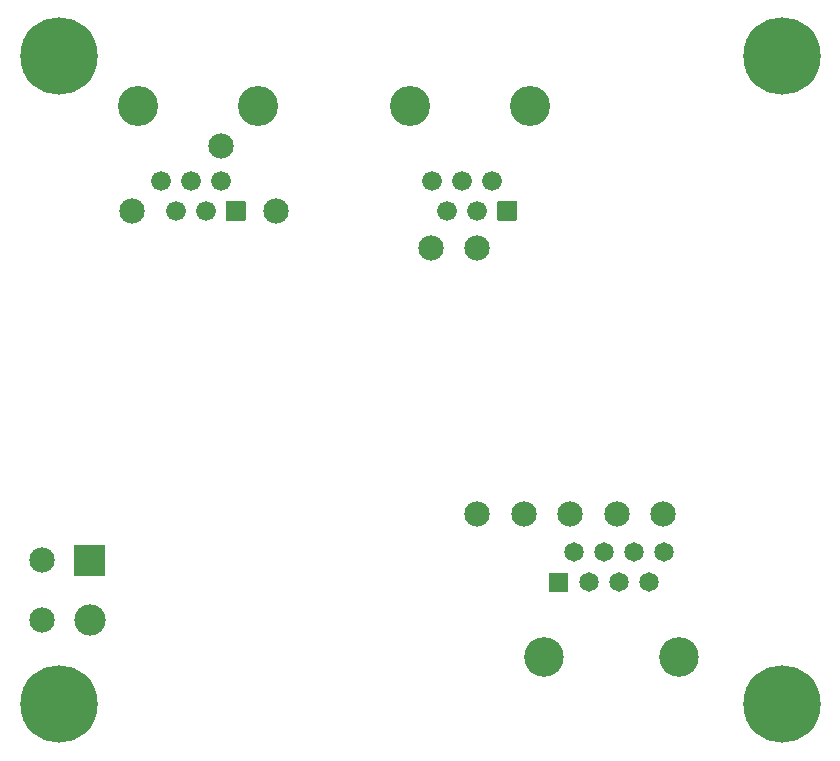
<source format=gbs>
G04 #@! TF.GenerationSoftware,KiCad,Pcbnew,6.0.2+dfsg-1*
G04 #@! TF.CreationDate,2024-06-30T21:39:07-06:00*
G04 #@! TF.ProjectId,mss-atlasadapter,6d73732d-6174-46c6-9173-616461707465,rev?*
G04 #@! TF.SameCoordinates,Original*
G04 #@! TF.FileFunction,Soldermask,Bot*
G04 #@! TF.FilePolarity,Negative*
%FSLAX46Y46*%
G04 Gerber Fmt 4.6, Leading zero omitted, Abs format (unit mm)*
G04 Created by KiCad (PCBNEW 6.0.2+dfsg-1) date 2024-06-30 21:39:07*
%MOMM*%
%LPD*%
G01*
G04 APERTURE LIST*
%ADD10C,2.652400*%
%ADD11C,6.552400*%
%ADD12C,3.402400*%
%ADD13C,1.672400*%
%ADD14C,3.352400*%
%ADD15C,1.652400*%
%ADD16C,2.152400*%
G04 APERTURE END LIST*
G36*
G01*
X31089000Y-173973800D02*
X33589000Y-173973800D01*
G75*
G02*
X33665200Y-174050000I0J-76200D01*
G01*
X33665200Y-176550000D01*
G75*
G02*
X33589000Y-176626200I-76200J0D01*
G01*
X31089000Y-176626200D01*
G75*
G02*
X31012800Y-176550000I0J76200D01*
G01*
X31012800Y-174050000D01*
G75*
G02*
X31089000Y-173973800I76200J0D01*
G01*
G37*
D10*
X32339000Y-180300000D03*
D11*
X90932000Y-187452000D03*
D12*
X46609000Y-136802000D03*
X36449000Y-136802000D03*
G36*
G01*
X45535200Y-144932000D02*
X45535200Y-146452000D01*
G75*
G02*
X45459000Y-146528200I-76200J0D01*
G01*
X43939000Y-146528200D01*
G75*
G02*
X43862800Y-146452000I0J76200D01*
G01*
X43862800Y-144932000D01*
G75*
G02*
X43939000Y-144855800I76200J0D01*
G01*
X45459000Y-144855800D01*
G75*
G02*
X45535200Y-144932000I0J-76200D01*
G01*
G37*
D13*
X43429000Y-143152000D03*
X42159000Y-145692000D03*
X40889000Y-143152000D03*
X39619000Y-145692000D03*
X38349000Y-143152000D03*
D11*
X90932000Y-132588000D03*
D14*
X70774500Y-183495000D03*
X82204500Y-183495000D03*
G36*
G01*
X71218300Y-177895000D02*
X71218300Y-176395000D01*
G75*
G02*
X71294500Y-176318800I76200J0D01*
G01*
X72794500Y-176318800D01*
G75*
G02*
X72870700Y-176395000I0J-76200D01*
G01*
X72870700Y-177895000D01*
G75*
G02*
X72794500Y-177971200I-76200J0D01*
G01*
X71294500Y-177971200D01*
G75*
G02*
X71218300Y-177895000I0J76200D01*
G01*
G37*
D15*
X73314500Y-174605000D03*
X74584500Y-177145000D03*
X75854500Y-174605000D03*
X77124500Y-177145000D03*
X78394500Y-174605000D03*
X79664500Y-177145000D03*
X80934500Y-174605000D03*
D11*
X29718000Y-187452000D03*
X29718000Y-132588000D03*
D12*
X59436000Y-136802000D03*
X69596000Y-136802000D03*
G36*
G01*
X68522200Y-144932000D02*
X68522200Y-146452000D01*
G75*
G02*
X68446000Y-146528200I-76200J0D01*
G01*
X66926000Y-146528200D01*
G75*
G02*
X66849800Y-146452000I0J76200D01*
G01*
X66849800Y-144932000D01*
G75*
G02*
X66926000Y-144855800I76200J0D01*
G01*
X68446000Y-144855800D01*
G75*
G02*
X68522200Y-144932000I0J-76200D01*
G01*
G37*
D13*
X66416000Y-143152000D03*
X65146000Y-145692000D03*
X63876000Y-143152000D03*
X62606000Y-145692000D03*
X61336000Y-143152000D03*
D16*
X69088000Y-171323000D03*
X28321000Y-180340000D03*
X65151000Y-148844000D03*
X61214000Y-148844000D03*
X65151000Y-171323000D03*
X48133000Y-145669000D03*
X43434000Y-140208000D03*
X28321000Y-175260000D03*
X35941000Y-145669000D03*
X73025000Y-171323000D03*
X80899000Y-171323000D03*
X76962000Y-171323000D03*
M02*

</source>
